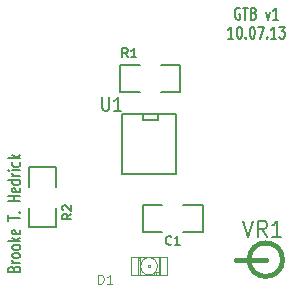
<source format=gto>
G04 (created by PCBNEW (2013-08-23 BZR 4296)-product) date 10/8/2013 12:25:44 PM*
%MOIN*%
G04 Gerber Fmt 3.4, Leading zero omitted, Abs format*
%FSLAX34Y34*%
G01*
G70*
G90*
G04 APERTURE LIST*
%ADD10C,0.005906*%
%ADD11C,0.007500*%
%ADD12C,0.005000*%
%ADD13C,0.002600*%
%ADD14C,0.004000*%
%ADD15C,0.015000*%
%ADD16C,0.003500*%
%ADD17C,0.008000*%
G04 APERTURE END LIST*
G54D10*
G54D11*
X48567Y-39555D02*
X48539Y-39535D01*
X48496Y-39535D01*
X48453Y-39555D01*
X48425Y-39593D01*
X48410Y-39631D01*
X48396Y-39707D01*
X48396Y-39764D01*
X48410Y-39840D01*
X48425Y-39878D01*
X48453Y-39916D01*
X48496Y-39935D01*
X48525Y-39935D01*
X48567Y-39916D01*
X48582Y-39897D01*
X48582Y-39764D01*
X48525Y-39764D01*
X48667Y-39535D02*
X48839Y-39535D01*
X48753Y-39935D02*
X48753Y-39535D01*
X49039Y-39726D02*
X49082Y-39745D01*
X49096Y-39764D01*
X49110Y-39802D01*
X49110Y-39859D01*
X49096Y-39897D01*
X49082Y-39916D01*
X49053Y-39935D01*
X48939Y-39935D01*
X48939Y-39535D01*
X49039Y-39535D01*
X49067Y-39555D01*
X49082Y-39574D01*
X49096Y-39612D01*
X49096Y-39650D01*
X49082Y-39688D01*
X49067Y-39707D01*
X49039Y-39726D01*
X48939Y-39726D01*
X49439Y-39669D02*
X49510Y-39935D01*
X49582Y-39669D01*
X49853Y-39935D02*
X49682Y-39935D01*
X49767Y-39935D02*
X49767Y-39535D01*
X49739Y-39593D01*
X49710Y-39631D01*
X49682Y-39650D01*
X48353Y-40570D02*
X48182Y-40570D01*
X48267Y-40570D02*
X48267Y-40170D01*
X48239Y-40228D01*
X48210Y-40266D01*
X48182Y-40285D01*
X48539Y-40170D02*
X48567Y-40170D01*
X48596Y-40190D01*
X48610Y-40209D01*
X48625Y-40247D01*
X48639Y-40323D01*
X48639Y-40418D01*
X48625Y-40494D01*
X48610Y-40532D01*
X48596Y-40551D01*
X48567Y-40570D01*
X48539Y-40570D01*
X48510Y-40551D01*
X48496Y-40532D01*
X48482Y-40494D01*
X48467Y-40418D01*
X48467Y-40323D01*
X48482Y-40247D01*
X48496Y-40209D01*
X48510Y-40190D01*
X48539Y-40170D01*
X48767Y-40532D02*
X48782Y-40551D01*
X48767Y-40570D01*
X48753Y-40551D01*
X48767Y-40532D01*
X48767Y-40570D01*
X48967Y-40170D02*
X48996Y-40170D01*
X49025Y-40190D01*
X49039Y-40209D01*
X49053Y-40247D01*
X49067Y-40323D01*
X49067Y-40418D01*
X49053Y-40494D01*
X49039Y-40532D01*
X49025Y-40551D01*
X48996Y-40570D01*
X48967Y-40570D01*
X48939Y-40551D01*
X48925Y-40532D01*
X48910Y-40494D01*
X48896Y-40418D01*
X48896Y-40323D01*
X48910Y-40247D01*
X48925Y-40209D01*
X48939Y-40190D01*
X48967Y-40170D01*
X49167Y-40170D02*
X49367Y-40170D01*
X49239Y-40570D01*
X49482Y-40532D02*
X49496Y-40551D01*
X49482Y-40570D01*
X49467Y-40551D01*
X49482Y-40532D01*
X49482Y-40570D01*
X49782Y-40570D02*
X49610Y-40570D01*
X49696Y-40570D02*
X49696Y-40170D01*
X49667Y-40228D01*
X49639Y-40266D01*
X49610Y-40285D01*
X49882Y-40170D02*
X50067Y-40170D01*
X49967Y-40323D01*
X50010Y-40323D01*
X50039Y-40342D01*
X50053Y-40361D01*
X50067Y-40399D01*
X50067Y-40494D01*
X50053Y-40532D01*
X50039Y-40551D01*
X50010Y-40570D01*
X49924Y-40570D01*
X49896Y-40551D01*
X49882Y-40532D01*
X41031Y-48252D02*
X41050Y-48209D01*
X41069Y-48195D01*
X41107Y-48181D01*
X41164Y-48181D01*
X41202Y-48195D01*
X41221Y-48209D01*
X41240Y-48238D01*
X41240Y-48352D01*
X40840Y-48352D01*
X40840Y-48252D01*
X40860Y-48224D01*
X40879Y-48209D01*
X40917Y-48195D01*
X40955Y-48195D01*
X40993Y-48209D01*
X41012Y-48224D01*
X41031Y-48252D01*
X41031Y-48352D01*
X41240Y-48052D02*
X40974Y-48052D01*
X41050Y-48052D02*
X41012Y-48038D01*
X40993Y-48024D01*
X40974Y-47995D01*
X40974Y-47967D01*
X41240Y-47824D02*
X41221Y-47852D01*
X41202Y-47867D01*
X41164Y-47881D01*
X41050Y-47881D01*
X41012Y-47867D01*
X40993Y-47852D01*
X40974Y-47824D01*
X40974Y-47781D01*
X40993Y-47752D01*
X41012Y-47738D01*
X41050Y-47724D01*
X41164Y-47724D01*
X41202Y-47738D01*
X41221Y-47752D01*
X41240Y-47781D01*
X41240Y-47824D01*
X41240Y-47552D02*
X41221Y-47581D01*
X41202Y-47595D01*
X41164Y-47609D01*
X41050Y-47609D01*
X41012Y-47595D01*
X40993Y-47581D01*
X40974Y-47552D01*
X40974Y-47509D01*
X40993Y-47481D01*
X41012Y-47467D01*
X41050Y-47452D01*
X41164Y-47452D01*
X41202Y-47467D01*
X41221Y-47481D01*
X41240Y-47509D01*
X41240Y-47552D01*
X41240Y-47324D02*
X40840Y-47324D01*
X41088Y-47295D02*
X41240Y-47209D01*
X40974Y-47209D02*
X41126Y-47324D01*
X41221Y-46967D02*
X41240Y-46995D01*
X41240Y-47052D01*
X41221Y-47081D01*
X41183Y-47095D01*
X41031Y-47095D01*
X40993Y-47081D01*
X40974Y-47052D01*
X40974Y-46995D01*
X40993Y-46967D01*
X41031Y-46952D01*
X41069Y-46952D01*
X41107Y-47095D01*
X40840Y-46638D02*
X40840Y-46467D01*
X41240Y-46552D02*
X40840Y-46552D01*
X41202Y-46367D02*
X41221Y-46352D01*
X41240Y-46367D01*
X41221Y-46381D01*
X41202Y-46367D01*
X41240Y-46367D01*
X41240Y-45995D02*
X40840Y-45995D01*
X41031Y-45995D02*
X41031Y-45824D01*
X41240Y-45824D02*
X40840Y-45824D01*
X41221Y-45567D02*
X41240Y-45595D01*
X41240Y-45652D01*
X41221Y-45681D01*
X41183Y-45695D01*
X41031Y-45695D01*
X40993Y-45681D01*
X40974Y-45652D01*
X40974Y-45595D01*
X40993Y-45567D01*
X41031Y-45552D01*
X41069Y-45552D01*
X41107Y-45695D01*
X41240Y-45295D02*
X40840Y-45295D01*
X41221Y-45295D02*
X41240Y-45324D01*
X41240Y-45381D01*
X41221Y-45410D01*
X41202Y-45424D01*
X41164Y-45438D01*
X41050Y-45438D01*
X41012Y-45424D01*
X40993Y-45410D01*
X40974Y-45381D01*
X40974Y-45324D01*
X40993Y-45295D01*
X41240Y-45152D02*
X40974Y-45152D01*
X41050Y-45152D02*
X41012Y-45138D01*
X40993Y-45124D01*
X40974Y-45095D01*
X40974Y-45067D01*
X41240Y-44967D02*
X40974Y-44967D01*
X40840Y-44967D02*
X40860Y-44981D01*
X40879Y-44967D01*
X40860Y-44952D01*
X40840Y-44967D01*
X40879Y-44967D01*
X41221Y-44695D02*
X41240Y-44724D01*
X41240Y-44781D01*
X41221Y-44810D01*
X41202Y-44824D01*
X41164Y-44838D01*
X41050Y-44838D01*
X41012Y-44824D01*
X40993Y-44810D01*
X40974Y-44781D01*
X40974Y-44724D01*
X40993Y-44695D01*
X41240Y-44567D02*
X40840Y-44567D01*
X41088Y-44538D02*
X41240Y-44452D01*
X40974Y-44452D02*
X41126Y-44567D01*
G54D12*
X45320Y-46125D02*
X45320Y-47025D01*
X45320Y-47025D02*
X45970Y-47025D01*
X46670Y-46125D02*
X47320Y-46125D01*
X47320Y-46125D02*
X47320Y-47025D01*
X47320Y-47025D02*
X46670Y-47025D01*
X45970Y-46125D02*
X45320Y-46125D01*
G54D13*
X45501Y-48199D02*
X45579Y-48199D01*
X45579Y-48199D02*
X45579Y-48121D01*
X45501Y-48121D02*
X45579Y-48121D01*
X45501Y-48199D02*
X45501Y-48121D01*
X45717Y-48435D02*
X45854Y-48435D01*
X45854Y-48435D02*
X45854Y-48337D01*
X45717Y-48337D02*
X45854Y-48337D01*
X45717Y-48435D02*
X45717Y-48337D01*
X45854Y-48435D02*
X45894Y-48435D01*
X45894Y-48435D02*
X45894Y-47964D01*
X45854Y-47964D02*
X45894Y-47964D01*
X45854Y-48435D02*
X45854Y-47964D01*
X45854Y-47944D02*
X45894Y-47944D01*
X45894Y-47944D02*
X45894Y-47885D01*
X45854Y-47885D02*
X45894Y-47885D01*
X45854Y-47944D02*
X45854Y-47885D01*
X45186Y-48435D02*
X45226Y-48435D01*
X45226Y-48435D02*
X45226Y-47964D01*
X45186Y-47964D02*
X45226Y-47964D01*
X45186Y-48435D02*
X45186Y-47964D01*
X45186Y-47944D02*
X45226Y-47944D01*
X45226Y-47944D02*
X45226Y-47885D01*
X45186Y-47885D02*
X45226Y-47885D01*
X45186Y-47944D02*
X45186Y-47885D01*
X45717Y-48435D02*
X45776Y-48435D01*
X45776Y-48435D02*
X45776Y-48337D01*
X45717Y-48337D02*
X45776Y-48337D01*
X45717Y-48435D02*
X45717Y-48337D01*
G54D14*
X46150Y-48455D02*
X44930Y-48455D01*
X44930Y-48455D02*
X44930Y-47865D01*
X44930Y-47865D02*
X46150Y-47865D01*
X46150Y-47865D02*
X46150Y-48455D01*
X45324Y-48356D02*
G75*
G03X45756Y-48356I215J196D01*
G74*
G01*
X45324Y-47963D02*
G75*
G03X45324Y-48356I215J-196D01*
G74*
G01*
X45755Y-47963D02*
G75*
G03X45324Y-47964I-215J-196D01*
G74*
G01*
X45755Y-48356D02*
G75*
G03X45756Y-47964I-215J196D01*
G74*
G01*
G54D12*
X46585Y-42340D02*
X46585Y-41440D01*
X46585Y-41440D02*
X45935Y-41440D01*
X45235Y-42340D02*
X44585Y-42340D01*
X44585Y-42340D02*
X44585Y-41440D01*
X44585Y-41440D02*
X45235Y-41440D01*
X45935Y-42340D02*
X46585Y-42340D01*
X42420Y-44855D02*
X41520Y-44855D01*
X41520Y-44855D02*
X41520Y-45505D01*
X42420Y-46205D02*
X42420Y-46855D01*
X42420Y-46855D02*
X41520Y-46855D01*
X41520Y-46855D02*
X41520Y-46205D01*
X42420Y-45505D02*
X42420Y-44855D01*
X46435Y-43100D02*
X46435Y-45100D01*
X46435Y-45100D02*
X44635Y-45100D01*
X44635Y-45100D02*
X44635Y-43100D01*
X44635Y-43100D02*
X46435Y-43100D01*
X45835Y-43100D02*
X45835Y-43300D01*
X45835Y-43300D02*
X45335Y-43300D01*
X45335Y-43300D02*
X45335Y-43100D01*
G54D15*
X49430Y-47940D02*
X48430Y-47940D01*
X49989Y-47940D02*
G75*
G03X49989Y-47940I-559J0D01*
G74*
G01*
G54D12*
X46285Y-47417D02*
X46270Y-47431D01*
X46227Y-47445D01*
X46199Y-47445D01*
X46156Y-47431D01*
X46127Y-47402D01*
X46113Y-47374D01*
X46099Y-47317D01*
X46099Y-47274D01*
X46113Y-47217D01*
X46127Y-47188D01*
X46156Y-47160D01*
X46199Y-47145D01*
X46227Y-47145D01*
X46270Y-47160D01*
X46285Y-47174D01*
X46570Y-47445D02*
X46399Y-47445D01*
X46485Y-47445D02*
X46485Y-47145D01*
X46456Y-47188D01*
X46427Y-47217D01*
X46399Y-47231D01*
G54D16*
X43848Y-48735D02*
X43848Y-48435D01*
X43920Y-48435D01*
X43962Y-48450D01*
X43991Y-48478D01*
X44005Y-48507D01*
X44020Y-48564D01*
X44020Y-48607D01*
X44005Y-48664D01*
X43991Y-48692D01*
X43962Y-48721D01*
X43920Y-48735D01*
X43848Y-48735D01*
X44305Y-48735D02*
X44134Y-48735D01*
X44220Y-48735D02*
X44220Y-48435D01*
X44191Y-48478D01*
X44162Y-48507D01*
X44134Y-48521D01*
G54D12*
X44825Y-41195D02*
X44725Y-41052D01*
X44653Y-41195D02*
X44653Y-40895D01*
X44767Y-40895D01*
X44796Y-40910D01*
X44810Y-40924D01*
X44825Y-40952D01*
X44825Y-40995D01*
X44810Y-41024D01*
X44796Y-41038D01*
X44767Y-41052D01*
X44653Y-41052D01*
X45110Y-41195D02*
X44939Y-41195D01*
X45025Y-41195D02*
X45025Y-40895D01*
X44996Y-40938D01*
X44967Y-40967D01*
X44939Y-40981D01*
X42945Y-46415D02*
X42802Y-46515D01*
X42945Y-46586D02*
X42645Y-46586D01*
X42645Y-46472D01*
X42660Y-46443D01*
X42674Y-46429D01*
X42702Y-46415D01*
X42745Y-46415D01*
X42774Y-46429D01*
X42788Y-46443D01*
X42802Y-46472D01*
X42802Y-46586D01*
X42674Y-46300D02*
X42660Y-46286D01*
X42645Y-46257D01*
X42645Y-46186D01*
X42660Y-46157D01*
X42674Y-46143D01*
X42702Y-46129D01*
X42731Y-46129D01*
X42774Y-46143D01*
X42945Y-46315D01*
X42945Y-46129D01*
X43980Y-42523D02*
X43980Y-42887D01*
X43999Y-42930D01*
X44018Y-42952D01*
X44056Y-42973D01*
X44132Y-42973D01*
X44170Y-42952D01*
X44189Y-42930D01*
X44208Y-42887D01*
X44208Y-42523D01*
X44608Y-42973D02*
X44380Y-42973D01*
X44494Y-42973D02*
X44494Y-42523D01*
X44456Y-42587D01*
X44418Y-42630D01*
X44380Y-42652D01*
G54D17*
X48675Y-46638D02*
X48841Y-47188D01*
X49008Y-46638D01*
X49460Y-47188D02*
X49294Y-46926D01*
X49175Y-47188D02*
X49175Y-46638D01*
X49365Y-46638D01*
X49413Y-46665D01*
X49437Y-46691D01*
X49460Y-46743D01*
X49460Y-46822D01*
X49437Y-46874D01*
X49413Y-46900D01*
X49365Y-46926D01*
X49175Y-46926D01*
X49937Y-47188D02*
X49651Y-47188D01*
X49794Y-47188D02*
X49794Y-46638D01*
X49746Y-46717D01*
X49699Y-46769D01*
X49651Y-46795D01*
M02*

</source>
